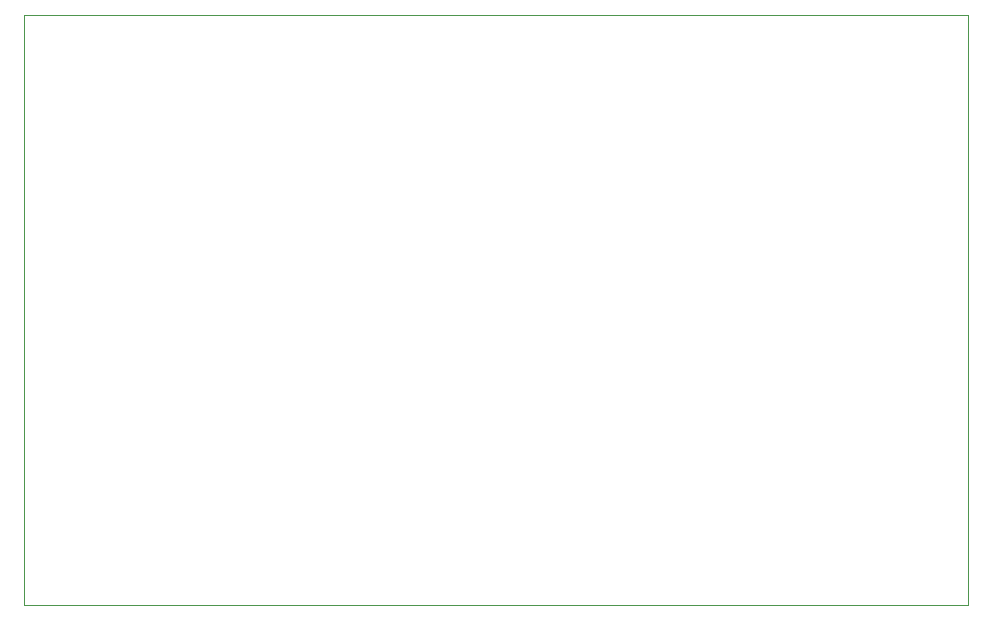
<source format=gbr>
G04 (created by PCBNEW (22-Jun-2014 BZR 4027)-stable) date Sun 29 Apr 2018 08:57:03 PM CDT*
%MOIN*%
G04 Gerber Fmt 3.4, Leading zero omitted, Abs format*
%FSLAX34Y34*%
G01*
G70*
G90*
G04 APERTURE LIST*
%ADD10C,0.00590551*%
%ADD11C,0.00393701*%
G04 APERTURE END LIST*
G54D10*
G54D11*
X93950Y-30100D02*
X62500Y-30100D01*
X93950Y-49750D02*
X93950Y-30100D01*
X62500Y-49750D02*
X93950Y-49750D01*
X62500Y-30100D02*
X62500Y-49750D01*
M02*

</source>
